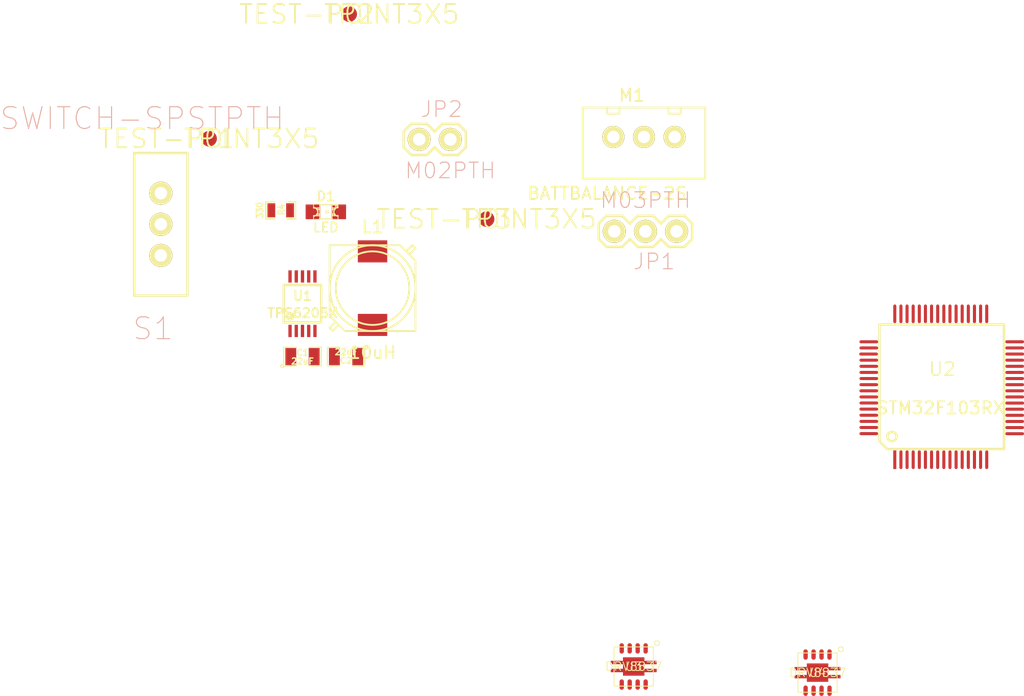
<source format=kicad_pcb>
(kicad_pcb (version 3) (host pcbnew "(2013-07-07 BZR 4022)-stable")

  (general
    (links 30)
    (no_connects 30)
    (area 0 0 0 0)
    (thickness 1.6)
    (drawings 0)
    (tracks 0)
    (zones 0)
    (modules 16)
    (nets 10)
  )

  (page A3)
  (layers
    (15 F.Cu signal)
    (0 B.Cu signal)
    (16 B.Adhes user)
    (17 F.Adhes user)
    (18 B.Paste user)
    (19 F.Paste user)
    (20 B.SilkS user)
    (21 F.SilkS user)
    (22 B.Mask user)
    (23 F.Mask user)
    (24 Dwgs.User user)
    (25 Cmts.User user)
    (26 Eco1.User user)
    (27 Eco2.User user)
    (28 Edge.Cuts user)
  )

  (setup
    (last_trace_width 0.1524)
    (trace_clearance 0.1524)
    (zone_clearance 0.508)
    (zone_45_only no)
    (trace_min 0.1524)
    (segment_width 0.2)
    (edge_width 0.1)
    (via_size 0.6858)
    (via_drill 0.3302)
    (via_min_size 0.6858)
    (via_min_drill 0.3302)
    (uvia_size 0.6858)
    (uvia_drill 0.3302)
    (uvias_allowed no)
    (uvia_min_size 0.6858)
    (uvia_min_drill 0.3302)
    (pcb_text_width 0.3)
    (pcb_text_size 1.5 1.5)
    (mod_edge_width 0.15)
    (mod_text_size 1 1)
    (mod_text_width 0.15)
    (pad_size 1.8 1.8)
    (pad_drill 1)
    (pad_to_mask_clearance 0)
    (aux_axis_origin 0 0)
    (visible_elements 7FFFFFFF)
    (pcbplotparams
      (layerselection 3178497)
      (usegerberextensions true)
      (excludeedgelayer true)
      (linewidth 0.150000)
      (plotframeref false)
      (viasonmask false)
      (mode 1)
      (useauxorigin false)
      (hpglpennumber 1)
      (hpglpenspeed 20)
      (hpglpendiameter 15)
      (hpglpenoverlay 2)
      (psnegative false)
      (psa4output false)
      (plotreference true)
      (plotvalue true)
      (plotothertext true)
      (plotinvisibletext false)
      (padsonsilk false)
      (subtractmaskfromsilk false)
      (outputformat 1)
      (mirror false)
      (drillshape 1)
      (scaleselection 1)
      (outputdirectory ""))
  )

  (net 0 "")
  (net 1 /Motor/V_LOGIC)
  (net 2 /Motor/V_MOTOR)
  (net 3 /Power/+3.3V)
  (net 4 /Power/SW)
  (net 5 /Power/VBATT)
  (net 6 /Power/VBATT_SW)
  (net 7 GND)
  (net 8 N-0000076)
  (net 9 N-0000077)

  (net_class Default "This is the default net class."
    (clearance 0.1524)
    (trace_width 0.1524)
    (via_dia 0.6858)
    (via_drill 0.3302)
    (uvia_dia 0.6858)
    (uvia_drill 0.3302)
    (add_net "")
    (add_net /Motor/V_LOGIC)
    (add_net /Motor/V_MOTOR)
    (add_net /Power/+3.3V)
    (add_net /Power/SW)
    (add_net /Power/VBATT)
    (add_net /Power/VBATT_SW)
    (add_net GND)
    (add_net N-0000076)
    (add_net N-0000077)
  )

  (module TQFP_64 (layer F.Cu) (tedit 48A969ED) (tstamp 521AC51D)
    (at 82.55 48.26)
    (tags "TQFP64 TQFP SMD IC")
    (path /521A8AA1)
    (fp_text reference U2 (at 0.127 -1.524) (layer F.SilkS)
      (effects (font (size 1.09982 1.09982) (thickness 0.127)))
    )
    (fp_text value STM32F103RX (at 0 1.651) (layer F.SilkS)
      (effects (font (size 1.00076 1.00076) (thickness 0.1524)))
    )
    (fp_circle (center -3.98272 3.98272) (end -3.98272 3.60172) (layer F.SilkS) (width 0.2032))
    (fp_line (start 5.16128 -5.16128) (end -4.99872 -5.16128) (layer F.SilkS) (width 0.2032))
    (fp_line (start -4.99872 -5.16128) (end -4.99872 4.36372) (layer F.SilkS) (width 0.2032))
    (fp_line (start -4.99872 4.36372) (end -4.36372 4.99872) (layer F.SilkS) (width 0.2032))
    (fp_line (start -4.36372 4.99872) (end 5.16128 4.99872) (layer F.SilkS) (width 0.2032))
    (fp_line (start 5.16128 4.99872) (end 5.16128 -5.16128) (layer F.SilkS) (width 0.2032))
    (pad 1 smd rect (at -3.74904 5.86994) (size 0.24892 1.524)
      (layers F.Cu F.Paste F.Mask)
    )
    (pad 2 smd oval (at -3.24866 5.86994) (size 0.24892 1.524)
      (layers F.Cu F.Paste F.Mask)
    )
    (pad 3 smd oval (at -2.74828 5.86994) (size 0.24892 1.524)
      (layers F.Cu F.Paste F.Mask)
    )
    (pad 4 smd oval (at -2.2479 5.86994) (size 0.24892 1.524)
      (layers F.Cu F.Paste F.Mask)
    )
    (pad 5 smd oval (at -1.74752 5.86994) (size 0.24892 1.524)
      (layers F.Cu F.Paste F.Mask)
    )
    (pad 6 smd oval (at -1.24968 5.86994) (size 0.24892 1.524)
      (layers F.Cu F.Paste F.Mask)
    )
    (pad 7 smd oval (at -0.7493 5.86994) (size 0.24892 1.524)
      (layers F.Cu F.Paste F.Mask)
    )
    (pad 8 smd oval (at -0.24892 5.86994) (size 0.24892 1.524)
      (layers F.Cu F.Paste F.Mask)
    )
    (pad 9 smd oval (at 0.25146 5.86994) (size 0.24892 1.524)
      (layers F.Cu F.Paste F.Mask)
    )
    (pad 10 smd oval (at 0.75184 5.86994) (size 0.24892 1.524)
      (layers F.Cu F.Paste F.Mask)
    )
    (pad 11 smd oval (at 1.25222 5.86994) (size 0.24892 1.524)
      (layers F.Cu F.Paste F.Mask)
    )
    (pad 12 smd oval (at 1.75006 5.86994) (size 0.24892 1.524)
      (layers F.Cu F.Paste F.Mask)
    )
    (pad 13 smd oval (at 2.25044 5.86994) (size 0.24892 1.524)
      (layers F.Cu F.Paste F.Mask)
    )
    (pad 14 smd oval (at 2.75082 5.86994) (size 0.24892 1.524)
      (layers F.Cu F.Paste F.Mask)
    )
    (pad 15 smd oval (at 3.2512 5.86994) (size 0.24892 1.524)
      (layers F.Cu F.Paste F.Mask)
    )
    (pad 16 smd oval (at 3.75158 5.86994) (size 0.24892 1.524)
      (layers F.Cu F.Paste F.Mask)
    )
    (pad 17 smd oval (at 6.0325 3.74904) (size 1.524 0.24892)
      (layers F.Cu F.Paste F.Mask)
    )
    (pad 18 smd oval (at 6.0325 3.24866) (size 1.524 0.24892)
      (layers F.Cu F.Paste F.Mask)
    )
    (pad 19 smd oval (at 6.0325 2.74828) (size 1.524 0.24892)
      (layers F.Cu F.Paste F.Mask)
    )
    (pad 20 smd oval (at 6.0325 2.2479) (size 1.524 0.24892)
      (layers F.Cu F.Paste F.Mask)
    )
    (pad 21 smd oval (at 6.0325 1.74752) (size 1.524 0.24892)
      (layers F.Cu F.Paste F.Mask)
    )
    (pad 22 smd oval (at 6.0325 1.24968) (size 1.524 0.24892)
      (layers F.Cu F.Paste F.Mask)
    )
    (pad 23 smd oval (at 6.0325 0.7493) (size 1.524 0.24892)
      (layers F.Cu F.Paste F.Mask)
    )
    (pad 24 smd oval (at 6.0325 0.24892) (size 1.524 0.24892)
      (layers F.Cu F.Paste F.Mask)
    )
    (pad 25 smd oval (at 6.0325 -0.25146) (size 1.524 0.24892)
      (layers F.Cu F.Paste F.Mask)
    )
    (pad 26 smd oval (at 6.0325 -0.75184) (size 1.524 0.24892)
      (layers F.Cu F.Paste F.Mask)
    )
    (pad 27 smd oval (at 6.0325 -1.25222) (size 1.524 0.24892)
      (layers F.Cu F.Paste F.Mask)
    )
    (pad 28 smd oval (at 6.0325 -1.75006) (size 1.524 0.24892)
      (layers F.Cu F.Paste F.Mask)
    )
    (pad 29 smd oval (at 6.0325 -2.25044) (size 1.524 0.24892)
      (layers F.Cu F.Paste F.Mask)
    )
    (pad 30 smd oval (at 6.0325 -2.75082) (size 1.524 0.24892)
      (layers F.Cu F.Paste F.Mask)
    )
    (pad 31 smd oval (at 6.0325 -3.2512) (size 1.524 0.24892)
      (layers F.Cu F.Paste F.Mask)
    )
    (pad 32 smd oval (at 6.0325 -3.75158) (size 1.524 0.24892)
      (layers F.Cu F.Paste F.Mask)
    )
    (pad 33 smd oval (at 3.75158 -6.0325) (size 0.24892 1.524)
      (layers F.Cu F.Paste F.Mask)
    )
    (pad 34 smd oval (at 3.2512 -6.0325) (size 0.24892 1.524)
      (layers F.Cu F.Paste F.Mask)
    )
    (pad 35 smd oval (at 2.75082 -6.0325) (size 0.24892 1.524)
      (layers F.Cu F.Paste F.Mask)
    )
    (pad 36 smd oval (at 2.25044 -6.0325) (size 0.24892 1.524)
      (layers F.Cu F.Paste F.Mask)
    )
    (pad 37 smd oval (at 1.75006 -6.0325) (size 0.24892 1.524)
      (layers F.Cu F.Paste F.Mask)
    )
    (pad 38 smd oval (at 1.25222 -6.0325) (size 0.24892 1.524)
      (layers F.Cu F.Paste F.Mask)
    )
    (pad 39 smd oval (at 0.75184 -6.0325) (size 0.24892 1.524)
      (layers F.Cu F.Paste F.Mask)
    )
    (pad 40 smd oval (at 0.25146 -6.0325) (size 0.24892 1.524)
      (layers F.Cu F.Paste F.Mask)
    )
    (pad 41 smd oval (at -0.24892 -6.0325) (size 0.24892 1.524)
      (layers F.Cu F.Paste F.Mask)
    )
    (pad 42 smd oval (at -0.7493 -6.0325) (size 0.24892 1.524)
      (layers F.Cu F.Paste F.Mask)
    )
    (pad 43 smd oval (at -1.24968 -6.0325) (size 0.24892 1.524)
      (layers F.Cu F.Paste F.Mask)
    )
    (pad 44 smd oval (at -1.74752 -6.0325) (size 0.24892 1.524)
      (layers F.Cu F.Paste F.Mask)
    )
    (pad 45 smd oval (at -2.2479 -6.0325) (size 0.24892 1.524)
      (layers F.Cu F.Paste F.Mask)
    )
    (pad 46 smd oval (at -2.74828 -6.0325) (size 0.24892 1.524)
      (layers F.Cu F.Paste F.Mask)
    )
    (pad 47 smd oval (at -3.24866 -6.0325) (size 0.24892 1.524)
      (layers F.Cu F.Paste F.Mask)
    )
    (pad 48 smd oval (at -3.74904 -6.0325) (size 0.24892 1.524)
      (layers F.Cu F.Paste F.Mask)
    )
    (pad 49 smd oval (at -5.86994 -3.75158) (size 1.524 0.24892)
      (layers F.Cu F.Paste F.Mask)
    )
    (pad 50 smd oval (at -5.86994 -3.2512) (size 1.524 0.24892)
      (layers F.Cu F.Paste F.Mask)
    )
    (pad 52 smd oval (at -5.86994 -2.25044) (size 1.524 0.24892)
      (layers F.Cu F.Paste F.Mask)
    )
    (pad 51 smd oval (at -5.88772 -2.75082) (size 1.524 0.24892)
      (layers F.Cu F.Paste F.Mask)
    )
    (pad 53 smd oval (at -5.86994 -1.75006) (size 1.524 0.24892)
      (layers F.Cu F.Paste F.Mask)
    )
    (pad 54 smd oval (at -5.86994 -1.25222) (size 1.524 0.24892)
      (layers F.Cu F.Paste F.Mask)
    )
    (pad 55 smd oval (at -5.86994 -0.75184) (size 1.524 0.24892)
      (layers F.Cu F.Paste F.Mask)
    )
    (pad 56 smd oval (at -5.86994 -0.25146) (size 1.524 0.24892)
      (layers F.Cu F.Paste F.Mask)
    )
    (pad 57 smd oval (at -5.86994 0.24892) (size 1.524 0.24892)
      (layers F.Cu F.Paste F.Mask)
    )
    (pad 58 smd oval (at -5.86994 0.7493) (size 1.524 0.24892)
      (layers F.Cu F.Paste F.Mask)
    )
    (pad 59 smd oval (at -5.86994 1.24206) (size 1.524 0.24892)
      (layers F.Cu F.Paste F.Mask)
    )
    (pad 60 smd oval (at -5.86994 1.74244) (size 1.524 0.24892)
      (layers F.Cu F.Paste F.Mask)
    )
    (pad 61 smd oval (at -5.86994 2.24282) (size 1.524 0.24892)
      (layers F.Cu F.Paste F.Mask)
    )
    (pad 62 smd oval (at -5.86994 2.7432) (size 1.524 0.24892)
      (layers F.Cu F.Paste F.Mask)
    )
    (pad 63 smd oval (at -5.86994 3.24104) (size 1.524 0.24892)
      (layers F.Cu F.Paste F.Mask)
      (net 7 GND)
    )
    (pad 64 smd oval (at -5.86994 3.74142) (size 1.524 0.24892)
      (layers F.Cu F.Paste F.Mask)
    )
    (model smd/TQFP_64.wrl
      (at (xyz 0 0 0.001))
      (scale (xyz 0.3937 0.3937 0.3937))
      (rotate (xyz 0 0 0))
    )
  )

  (module B3B-XH-A (layer F.Cu) (tedit 521AC3C9) (tstamp 521AC52E)
    (at 53.34 25.4)
    (path /521A8DE2/521AAB8A)
    (fp_text reference M1 (at 4 -1) (layer F.SilkS)
      (effects (font (size 1 1) (thickness 0.15)))
    )
    (fp_text value BATTBALANCE-2S (at 2 7) (layer F.SilkS)
      (effects (font (size 1 1) (thickness 0.15)))
    )
    (fp_line (start 7 0) (end 7 0.5) (layer F.SilkS) (width 0.15))
    (fp_line (start 7 0.5) (end 8 0.5) (layer F.SilkS) (width 0.15))
    (fp_line (start 8 0.5) (end 8 0) (layer F.SilkS) (width 0.15))
    (fp_line (start 2 0) (end 2 0.5) (layer F.SilkS) (width 0.15))
    (fp_line (start 2 0.5) (end 3 0.5) (layer F.SilkS) (width 0.15))
    (fp_line (start 3 0.5) (end 3 0) (layer F.SilkS) (width 0.15))
    (fp_line (start 0 0) (end 0 5.8) (layer F.SilkS) (width 0.15))
    (fp_line (start 0 5.8) (end 10 5.8) (layer F.SilkS) (width 0.15))
    (fp_line (start 10 5.8) (end 10 0) (layer F.SilkS) (width 0.15))
    (fp_line (start 10 0) (end 0 0) (layer F.SilkS) (width 0.15))
    (pad 1 thru_hole circle (at 7.5 2.4) (size 1.8 1.8) (drill 1)
      (layers *.Cu *.Mask F.SilkS)
      (net 7 GND)
    )
    (pad 2 thru_hole circle (at 5 2.4) (size 1.8 1.8) (drill 1)
      (layers *.Cu *.Mask F.SilkS)
      (net 9 N-0000077)
    )
    (pad 3 thru_hole circle (at 2.5 2.4) (size 1.8 1.8) (drill 1)
      (layers *.Cu *.Mask F.SilkS)
      (net 5 /Power/VBATT)
    )
  )

  (module SparkFun-SWITCH-SPDT (layer F.Cu) (tedit 200000) (tstamp 52206E91)
    (at 18.923 34.925 180)
    (path /521A8DE2/521A8FC9)
    (attr virtual)
    (fp_text reference S1 (at 0.635 -8.509 180) (layer B.SilkS)
      (effects (font (size 1.778 1.778) (thickness 0.0889)))
    )
    (fp_text value SWITCH-SPSTPTH (at 1.524 8.636 180) (layer B.SilkS)
      (effects (font (size 1.778 1.778) (thickness 0.0889)))
    )
    (fp_line (start 2.17424 -5.81406) (end -2.17424 -5.81406) (layer F.SilkS) (width 0.2032))
    (fp_line (start -2.17424 -5.81406) (end -2.17424 5.81406) (layer F.SilkS) (width 0.2032))
    (fp_line (start -2.17424 5.81406) (end 2.17424 5.81406) (layer F.SilkS) (width 0.2032))
    (fp_line (start 2.17424 5.81406) (end 2.17424 -5.81406) (layer F.SilkS) (width 0.2032))
    (pad 1 thru_hole circle (at 0 -2.54 180) (size 1.8796 1.8796) (drill 1.016)
      (layers *.Cu F.Paste F.SilkS F.Mask)
      (net 5 /Power/VBATT)
    )
    (pad 2 thru_hole circle (at 0 0 180) (size 1.8796 1.8796) (drill 1.016)
      (layers *.Cu F.Paste F.SilkS F.Mask)
      (net 6 /Power/VBATT_SW)
    )
    (pad 3 thru_hole circle (at 0 2.54 180) (size 1.8796 1.8796) (drill 1.016)
      (layers *.Cu F.Paste F.SilkS F.Mask)
      (net 7 GND)
    )
  )

  (module SparkFun-PAD.03X.05 (layer F.Cu) (tedit 200000) (tstamp 52206E96)
    (at 22.86 27.94)
    (path /52206320)
    (attr smd)
    (fp_text reference TP1 (at 0 0) (layer F.SilkS)
      (effects (font (size 1.524 1.524) (thickness 0.15)))
    )
    (fp_text value TEST-POINT3X5 (at 0 0) (layer F.SilkS)
      (effects (font (size 1.524 1.524) (thickness 0.15)))
    )
    (pad P$1 smd circle (at 0 0) (size 1.27 1.27)
      (layers F.Cu F.Paste F.Mask)
    )
  )

  (module SparkFun-PAD.03X.05 (layer F.Cu) (tedit 200000) (tstamp 52206E9B)
    (at 34.29 17.78)
    (path /52206458)
    (attr smd)
    (fp_text reference TP2 (at 0 0) (layer F.SilkS)
      (effects (font (size 1.524 1.524) (thickness 0.15)))
    )
    (fp_text value TEST-POINT3X5 (at 0 0) (layer F.SilkS)
      (effects (font (size 1.524 1.524) (thickness 0.15)))
    )
    (pad P$1 smd circle (at 0 0) (size 1.27 1.27)
      (layers F.Cu F.Paste F.Mask)
    )
  )

  (module SparkFun-1X03 (layer F.Cu) (tedit 200000) (tstamp 52206EC2)
    (at 61 35.5 180)
    (path /521A8DE2/521ABBD8)
    (attr virtual)
    (fp_text reference JP1 (at 1.8288 -2.4638 180) (layer B.SilkS)
      (effects (font (size 1.27 1.27) (thickness 0.0889)))
    )
    (fp_text value M03PTH (at 2.54 2.54 180) (layer B.SilkS)
      (effects (font (size 1.27 1.27) (thickness 0.0889)))
    )
    (fp_line (start 4.826 0.254) (end 5.334 0.254) (layer F.SilkS) (width 0.06604))
    (fp_line (start 5.334 0.254) (end 5.334 -0.254) (layer F.SilkS) (width 0.06604))
    (fp_line (start 4.826 -0.254) (end 5.334 -0.254) (layer F.SilkS) (width 0.06604))
    (fp_line (start 4.826 0.254) (end 4.826 -0.254) (layer F.SilkS) (width 0.06604))
    (fp_line (start 2.286 0.254) (end 2.794 0.254) (layer F.SilkS) (width 0.06604))
    (fp_line (start 2.794 0.254) (end 2.794 -0.254) (layer F.SilkS) (width 0.06604))
    (fp_line (start 2.286 -0.254) (end 2.794 -0.254) (layer F.SilkS) (width 0.06604))
    (fp_line (start 2.286 0.254) (end 2.286 -0.254) (layer F.SilkS) (width 0.06604))
    (fp_line (start -0.254 0.254) (end 0.254 0.254) (layer F.SilkS) (width 0.06604))
    (fp_line (start 0.254 0.254) (end 0.254 -0.254) (layer F.SilkS) (width 0.06604))
    (fp_line (start -0.254 -0.254) (end 0.254 -0.254) (layer F.SilkS) (width 0.06604))
    (fp_line (start -0.254 0.254) (end -0.254 -0.254) (layer F.SilkS) (width 0.06604))
    (fp_line (start 3.81 -0.635) (end 4.445 -1.27) (layer F.SilkS) (width 0.2032))
    (fp_line (start 4.445 -1.27) (end 5.715 -1.27) (layer F.SilkS) (width 0.2032))
    (fp_line (start 5.715 -1.27) (end 6.35 -0.635) (layer F.SilkS) (width 0.2032))
    (fp_line (start 6.35 0.635) (end 5.715 1.27) (layer F.SilkS) (width 0.2032))
    (fp_line (start 5.715 1.27) (end 4.445 1.27) (layer F.SilkS) (width 0.2032))
    (fp_line (start 4.445 1.27) (end 3.81 0.635) (layer F.SilkS) (width 0.2032))
    (fp_line (start -0.635 -1.27) (end 0.635 -1.27) (layer F.SilkS) (width 0.2032))
    (fp_line (start 0.635 -1.27) (end 1.27 -0.635) (layer F.SilkS) (width 0.2032))
    (fp_line (start 1.27 0.635) (end 0.635 1.27) (layer F.SilkS) (width 0.2032))
    (fp_line (start 1.27 -0.635) (end 1.905 -1.27) (layer F.SilkS) (width 0.2032))
    (fp_line (start 1.905 -1.27) (end 3.175 -1.27) (layer F.SilkS) (width 0.2032))
    (fp_line (start 3.175 -1.27) (end 3.81 -0.635) (layer F.SilkS) (width 0.2032))
    (fp_line (start 3.81 0.635) (end 3.175 1.27) (layer F.SilkS) (width 0.2032))
    (fp_line (start 3.175 1.27) (end 1.905 1.27) (layer F.SilkS) (width 0.2032))
    (fp_line (start 1.905 1.27) (end 1.27 0.635) (layer F.SilkS) (width 0.2032))
    (fp_line (start -1.27 -0.635) (end -1.27 0.635) (layer F.SilkS) (width 0.2032))
    (fp_line (start -0.635 -1.27) (end -1.27 -0.635) (layer F.SilkS) (width 0.2032))
    (fp_line (start -1.27 0.635) (end -0.635 1.27) (layer F.SilkS) (width 0.2032))
    (fp_line (start 0.635 1.27) (end -0.635 1.27) (layer F.SilkS) (width 0.2032))
    (fp_line (start 6.35 -0.635) (end 6.35 0.635) (layer F.SilkS) (width 0.2032))
    (pad 1 thru_hole circle (at 0 0 180) (size 1.8796 1.8796) (drill 1.016)
      (layers *.Cu F.Paste F.SilkS F.Mask)
      (net 7 GND)
    )
    (pad 2 thru_hole circle (at 2.54 0 180) (size 1.8796 1.8796) (drill 1.016)
      (layers *.Cu F.Paste F.SilkS F.Mask)
      (net 9 N-0000077)
    )
    (pad 3 thru_hole circle (at 5.08 0 180) (size 1.8796 1.8796) (drill 1.016)
      (layers *.Cu F.Paste F.SilkS F.Mask)
      (net 5 /Power/VBATT)
    )
  )

  (module SM0805 (layer F.Cu) (tedit 5091495C) (tstamp 52207128)
    (at 30.48 45.72)
    (path /521A8DE2/51E31F90)
    (attr smd)
    (fp_text reference C1 (at 0 -0.3175) (layer F.SilkS)
      (effects (font (size 0.50038 0.50038) (thickness 0.10922)))
    )
    (fp_text value 22uF (at 0 0.381) (layer F.SilkS)
      (effects (font (size 0.50038 0.50038) (thickness 0.10922)))
    )
    (fp_circle (center -1.651 0.762) (end -1.651 0.635) (layer F.SilkS) (width 0.09906))
    (fp_line (start -0.508 0.762) (end -1.524 0.762) (layer F.SilkS) (width 0.09906))
    (fp_line (start -1.524 0.762) (end -1.524 -0.762) (layer F.SilkS) (width 0.09906))
    (fp_line (start -1.524 -0.762) (end -0.508 -0.762) (layer F.SilkS) (width 0.09906))
    (fp_line (start 0.508 -0.762) (end 1.524 -0.762) (layer F.SilkS) (width 0.09906))
    (fp_line (start 1.524 -0.762) (end 1.524 0.762) (layer F.SilkS) (width 0.09906))
    (fp_line (start 1.524 0.762) (end 0.508 0.762) (layer F.SilkS) (width 0.09906))
    (pad 1 smd rect (at -0.9525 0) (size 0.889 1.397)
      (layers F.Cu F.Paste F.Mask)
      (net 5 /Power/VBATT)
    )
    (pad 2 smd rect (at 0.9525 0) (size 0.889 1.397)
      (layers F.Cu F.Paste F.Mask)
      (net 7 GND)
    )
    (model smd/chip_cms.wrl
      (at (xyz 0 0 0))
      (scale (xyz 0.1 0.1 0.1))
      (rotate (xyz 0 0 0))
    )
  )

  (module SM0805 (layer F.Cu) (tedit 5091495C) (tstamp 52206EDC)
    (at 34.036 45.72 180)
    (path /521A8DE2/51E3301B)
    (attr smd)
    (fp_text reference C2 (at 0 -0.3175 180) (layer F.SilkS)
      (effects (font (size 0.50038 0.50038) (thickness 0.10922)))
    )
    (fp_text value 22uF (at 0 0.381 180) (layer F.SilkS)
      (effects (font (size 0.50038 0.50038) (thickness 0.10922)))
    )
    (fp_circle (center -1.651 0.762) (end -1.651 0.635) (layer F.SilkS) (width 0.09906))
    (fp_line (start -0.508 0.762) (end -1.524 0.762) (layer F.SilkS) (width 0.09906))
    (fp_line (start -1.524 0.762) (end -1.524 -0.762) (layer F.SilkS) (width 0.09906))
    (fp_line (start -1.524 -0.762) (end -0.508 -0.762) (layer F.SilkS) (width 0.09906))
    (fp_line (start 0.508 -0.762) (end 1.524 -0.762) (layer F.SilkS) (width 0.09906))
    (fp_line (start 1.524 -0.762) (end 1.524 0.762) (layer F.SilkS) (width 0.09906))
    (fp_line (start 1.524 0.762) (end 0.508 0.762) (layer F.SilkS) (width 0.09906))
    (pad 1 smd rect (at -0.9525 0 180) (size 0.889 1.397)
      (layers F.Cu F.Paste F.Mask)
      (net 3 /Power/+3.3V)
    )
    (pad 2 smd rect (at 0.9525 0 180) (size 0.889 1.397)
      (layers F.Cu F.Paste F.Mask)
      (net 7 GND)
    )
    (model smd/chip_cms.wrl
      (at (xyz 0 0 0))
      (scale (xyz 0.1 0.1 0.1))
      (rotate (xyz 0 0 0))
    )
  )

  (module SM0603_Resistor (layer F.Cu) (tedit 5051B21B) (tstamp 52206EE8)
    (at 28.702 33.782)
    (path /521A8DE2/51E34F4A)
    (attr smd)
    (fp_text reference R4 (at 0.0635 -0.0635 90) (layer F.SilkS)
      (effects (font (size 0.50038 0.4572) (thickness 0.1143)))
    )
    (fp_text value 330 (at -1.69926 0 90) (layer F.SilkS)
      (effects (font (size 0.508 0.4572) (thickness 0.1143)))
    )
    (fp_line (start -0.50038 -0.6985) (end -1.2065 -0.6985) (layer F.SilkS) (width 0.127))
    (fp_line (start -1.2065 -0.6985) (end -1.2065 0.6985) (layer F.SilkS) (width 0.127))
    (fp_line (start -1.2065 0.6985) (end -0.50038 0.6985) (layer F.SilkS) (width 0.127))
    (fp_line (start 1.2065 -0.6985) (end 0.50038 -0.6985) (layer F.SilkS) (width 0.127))
    (fp_line (start 1.2065 -0.6985) (end 1.2065 0.6985) (layer F.SilkS) (width 0.127))
    (fp_line (start 1.2065 0.6985) (end 0.50038 0.6985) (layer F.SilkS) (width 0.127))
    (pad 1 smd rect (at -0.762 0) (size 0.635 1.143)
      (layers F.Cu F.Paste F.Mask)
      (net 3 /Power/+3.3V)
    )
    (pad 2 smd rect (at 0.762 0) (size 0.635 1.143)
      (layers F.Cu F.Paste F.Mask)
      (net 8 N-0000076)
    )
    (model smd\resistors\R0603.wrl
      (at (xyz 0 0 0.001))
      (scale (xyz 0.5 0.5 0.5))
      (rotate (xyz 0 0 0))
    )
  )

  (module MSOP10-0.5 (layer F.Cu) (tedit 52206FBC) (tstamp 52206EFB)
    (at 30.48 41.402)
    (descr "MSOP10 10pins pitch 0.5mm")
    (path /521A8DE2/51E25A22)
    (attr smd)
    (fp_text reference U1 (at 0 -0.635) (layer F.SilkS)
      (effects (font (size 0.762 0.762) (thickness 0.1524)))
    )
    (fp_text value TPS6205X (at 0 0.762) (layer F.SilkS)
      (effects (font (size 0.762 0.762) (thickness 0.1524)))
    )
    (fp_circle (center -1.016 1.016) (end -1.016 0.762) (layer F.SilkS) (width 0.2032))
    (fp_line (start 1.524 1.524) (end -1.524 1.524) (layer F.SilkS) (width 0.2032))
    (fp_line (start -1.524 1.524) (end -1.524 -1.524) (layer F.SilkS) (width 0.2032))
    (fp_line (start -1.524 -1.524) (end 1.524 -1.524) (layer F.SilkS) (width 0.2032))
    (fp_line (start 1.524 -1.524) (end 1.524 1.524) (layer F.SilkS) (width 0.2032))
    (pad 1 smd rect (at -1.016 2.2225) (size 0.26924 1.00076)
      (layers F.Cu F.Paste F.Mask)
      (net 5 /Power/VBATT)
    )
    (pad 2 smd rect (at -0.508 2.2225) (size 0.26924 1.00076)
      (layers F.Cu F.Paste F.Mask)
    )
    (pad 3 smd rect (at 0 2.2225) (size 0.26924 1.00076)
      (layers F.Cu F.Paste F.Mask)
      (net 7 GND)
    )
    (pad 4 smd rect (at 0.508 2.2225) (size 0.26924 1.00076)
      (layers F.Cu F.Paste F.Mask)
      (net 7 GND)
    )
    (pad 5 smd rect (at 1.016 2.2225) (size 0.26924 1.00076)
      (layers F.Cu F.Paste F.Mask)
      (net 3 /Power/+3.3V)
    )
    (pad 6 smd rect (at 1.016 -2.2225) (size 0.26924 1.00076)
      (layers F.Cu F.Paste F.Mask)
      (net 7 GND)
    )
    (pad 7 smd rect (at 0.508 -2.2225) (size 0.26924 1.00076)
      (layers F.Cu F.Paste F.Mask)
      (net 7 GND)
    )
    (pad 8 smd rect (at 0 -2.2225) (size 0.26924 1.00076)
      (layers F.Cu F.Paste F.Mask)
      (net 6 /Power/VBATT_SW)
    )
    (pad 9 smd rect (at -0.508 -2.2225) (size 0.26924 1.00076)
      (layers F.Cu F.Paste F.Mask)
      (net 4 /Power/SW)
    )
    (pad 10 smd rect (at -1.016 -2.2225) (size 0.26924 1.00076)
      (layers F.Cu F.Paste F.Mask)
      (net 7 GND)
    )
    (model smd\MSOP_10.wrl
      (at (xyz 0 0 0))
      (scale (xyz 0.3 0.35 0.3))
      (rotate (xyz 0 0 0))
    )
  )

  (module LED-0805 (layer F.Cu) (tedit 49DC4C0B) (tstamp 52206F36)
    (at 32.385 33.909)
    (descr "LED 0805 smd package")
    (tags "LED 0805 SMD")
    (path /521A8DE2/51E34F3D)
    (attr smd)
    (fp_text reference D1 (at 0 -1.27) (layer F.SilkS)
      (effects (font (size 0.762 0.762) (thickness 0.127)))
    )
    (fp_text value LED (at 0 1.27) (layer F.SilkS)
      (effects (font (size 0.762 0.762) (thickness 0.127)))
    )
    (fp_line (start 0.49784 0.29972) (end 0.49784 0.62484) (layer F.SilkS) (width 0.06604))
    (fp_line (start 0.49784 0.62484) (end 0.99822 0.62484) (layer F.SilkS) (width 0.06604))
    (fp_line (start 0.99822 0.29972) (end 0.99822 0.62484) (layer F.SilkS) (width 0.06604))
    (fp_line (start 0.49784 0.29972) (end 0.99822 0.29972) (layer F.SilkS) (width 0.06604))
    (fp_line (start 0.49784 -0.32258) (end 0.49784 -0.17272) (layer F.SilkS) (width 0.06604))
    (fp_line (start 0.49784 -0.17272) (end 0.7493 -0.17272) (layer F.SilkS) (width 0.06604))
    (fp_line (start 0.7493 -0.32258) (end 0.7493 -0.17272) (layer F.SilkS) (width 0.06604))
    (fp_line (start 0.49784 -0.32258) (end 0.7493 -0.32258) (layer F.SilkS) (width 0.06604))
    (fp_line (start 0.49784 0.17272) (end 0.49784 0.32258) (layer F.SilkS) (width 0.06604))
    (fp_line (start 0.49784 0.32258) (end 0.7493 0.32258) (layer F.SilkS) (width 0.06604))
    (fp_line (start 0.7493 0.17272) (end 0.7493 0.32258) (layer F.SilkS) (width 0.06604))
    (fp_line (start 0.49784 0.17272) (end 0.7493 0.17272) (layer F.SilkS) (width 0.06604))
    (fp_line (start 0.49784 -0.19812) (end 0.49784 0.19812) (layer F.SilkS) (width 0.06604))
    (fp_line (start 0.49784 0.19812) (end 0.6731 0.19812) (layer F.SilkS) (width 0.06604))
    (fp_line (start 0.6731 -0.19812) (end 0.6731 0.19812) (layer F.SilkS) (width 0.06604))
    (fp_line (start 0.49784 -0.19812) (end 0.6731 -0.19812) (layer F.SilkS) (width 0.06604))
    (fp_line (start -0.99822 0.29972) (end -0.99822 0.62484) (layer F.SilkS) (width 0.06604))
    (fp_line (start -0.99822 0.62484) (end -0.49784 0.62484) (layer F.SilkS) (width 0.06604))
    (fp_line (start -0.49784 0.29972) (end -0.49784 0.62484) (layer F.SilkS) (width 0.06604))
    (fp_line (start -0.99822 0.29972) (end -0.49784 0.29972) (layer F.SilkS) (width 0.06604))
    (fp_line (start -0.99822 -0.62484) (end -0.99822 -0.29972) (layer F.SilkS) (width 0.06604))
    (fp_line (start -0.99822 -0.29972) (end -0.49784 -0.29972) (layer F.SilkS) (width 0.06604))
    (fp_line (start -0.49784 -0.62484) (end -0.49784 -0.29972) (layer F.SilkS) (width 0.06604))
    (fp_line (start -0.99822 -0.62484) (end -0.49784 -0.62484) (layer F.SilkS) (width 0.06604))
    (fp_line (start -0.7493 0.17272) (end -0.7493 0.32258) (layer F.SilkS) (width 0.06604))
    (fp_line (start -0.7493 0.32258) (end -0.49784 0.32258) (layer F.SilkS) (width 0.06604))
    (fp_line (start -0.49784 0.17272) (end -0.49784 0.32258) (layer F.SilkS) (width 0.06604))
    (fp_line (start -0.7493 0.17272) (end -0.49784 0.17272) (layer F.SilkS) (width 0.06604))
    (fp_line (start -0.7493 -0.32258) (end -0.7493 -0.17272) (layer F.SilkS) (width 0.06604))
    (fp_line (start -0.7493 -0.17272) (end -0.49784 -0.17272) (layer F.SilkS) (width 0.06604))
    (fp_line (start -0.49784 -0.32258) (end -0.49784 -0.17272) (layer F.SilkS) (width 0.06604))
    (fp_line (start -0.7493 -0.32258) (end -0.49784 -0.32258) (layer F.SilkS) (width 0.06604))
    (fp_line (start -0.6731 -0.19812) (end -0.6731 0.19812) (layer F.SilkS) (width 0.06604))
    (fp_line (start -0.6731 0.19812) (end -0.49784 0.19812) (layer F.SilkS) (width 0.06604))
    (fp_line (start -0.49784 -0.19812) (end -0.49784 0.19812) (layer F.SilkS) (width 0.06604))
    (fp_line (start -0.6731 -0.19812) (end -0.49784 -0.19812) (layer F.SilkS) (width 0.06604))
    (fp_line (start 0 -0.09906) (end 0 0.09906) (layer F.SilkS) (width 0.06604))
    (fp_line (start 0 0.09906) (end 0.19812 0.09906) (layer F.SilkS) (width 0.06604))
    (fp_line (start 0.19812 -0.09906) (end 0.19812 0.09906) (layer F.SilkS) (width 0.06604))
    (fp_line (start 0 -0.09906) (end 0.19812 -0.09906) (layer F.SilkS) (width 0.06604))
    (fp_line (start 0.49784 -0.59944) (end 0.49784 -0.29972) (layer F.SilkS) (width 0.06604))
    (fp_line (start 0.49784 -0.29972) (end 0.79756 -0.29972) (layer F.SilkS) (width 0.06604))
    (fp_line (start 0.79756 -0.59944) (end 0.79756 -0.29972) (layer F.SilkS) (width 0.06604))
    (fp_line (start 0.49784 -0.59944) (end 0.79756 -0.59944) (layer F.SilkS) (width 0.06604))
    (fp_line (start 0.92456 -0.62484) (end 0.92456 -0.39878) (layer F.SilkS) (width 0.06604))
    (fp_line (start 0.92456 -0.39878) (end 0.99822 -0.39878) (layer F.SilkS) (width 0.06604))
    (fp_line (start 0.99822 -0.62484) (end 0.99822 -0.39878) (layer F.SilkS) (width 0.06604))
    (fp_line (start 0.92456 -0.62484) (end 0.99822 -0.62484) (layer F.SilkS) (width 0.06604))
    (fp_line (start 0.52324 0.57404) (end -0.52324 0.57404) (layer F.SilkS) (width 0.1016))
    (fp_line (start -0.49784 -0.57404) (end 0.92456 -0.57404) (layer F.SilkS) (width 0.1016))
    (fp_circle (center 0.84836 -0.44958) (end 0.89916 -0.50038) (layer F.SilkS) (width 0.0508))
    (fp_arc (start 0.99822 0) (end 0.99822 0.34798) (angle 180) (layer F.SilkS) (width 0.1016))
    (fp_arc (start -0.99822 0) (end -0.99822 -0.34798) (angle 180) (layer F.SilkS) (width 0.1016))
    (pad 1 smd rect (at -1.04902 0) (size 1.19888 1.19888)
      (layers F.Cu F.Paste F.Mask)
      (net 8 N-0000076)
    )
    (pad 2 smd rect (at 1.04902 0) (size 1.19888 1.19888)
      (layers F.Cu F.Paste F.Mask)
      (net 7 GND)
    )
  )

  (module Bourns_SRR7032 (layer F.Cu) (tedit 51EE3868) (tstamp 52206F4B)
    (at 36.195 40.132)
    (path /521A8DE2/51E32405)
    (fp_text reference L1 (at 0 -5) (layer F.SilkS)
      (effects (font (size 1 1) (thickness 0.15)))
    )
    (fp_text value 10uH (at 0 5.25) (layer F.SilkS)
      (effects (font (size 1 1) (thickness 0.15)))
    )
    (fp_line (start -3 2.75) (end -3.5 3.25) (layer F.SilkS) (width 0.15))
    (fp_line (start -3.5 3.25) (end -3.25 3.5) (layer F.SilkS) (width 0.15))
    (fp_line (start -3.25 3.5) (end -2.75 3) (layer F.SilkS) (width 0.15))
    (fp_line (start 3.25 -3.5) (end 2.75 -3) (layer F.SilkS) (width 0.15))
    (fp_line (start 2.75 -3) (end 3.25 -3.5) (layer F.SilkS) (width 0.15))
    (fp_line (start 3.25 -3.5) (end 3.5 -3.25) (layer F.SilkS) (width 0.15))
    (fp_line (start 3.5 -3.25) (end 3 -2.75) (layer F.SilkS) (width 0.15))
    (fp_circle (center 0 0) (end 3 0) (layer F.SilkS) (width 0.15))
    (fp_line (start 3.5 -2.25) (end 3.5 3.5) (layer F.SilkS) (width 0.15))
    (fp_line (start -3.5 -3.5) (end 2.25 -3.5) (layer F.SilkS) (width 0.15))
    (fp_line (start 2.25 -3.5) (end 3.5 -2.25) (layer F.SilkS) (width 0.15))
    (fp_line (start -3.5 2.25) (end -2.25 3.5) (layer F.SilkS) (width 0.15))
    (fp_line (start -2.25 3.5) (end 3.5 3.5) (layer F.SilkS) (width 0.15))
    (fp_line (start -3.5 2.25) (end -3.5 -3.5) (layer F.SilkS) (width 0.15))
    (fp_circle (center 0 0) (end 3.5 0) (layer F.SilkS) (width 0.15))
    (pad 1 smd rect (at 0 -3) (size 2.4 1.8)
      (layers F.Cu F.Paste F.Mask)
      (net 4 /Power/SW)
    )
    (pad 2 smd rect (at 0 3) (size 2.4 1.8)
      (layers F.Cu F.Paste F.Mask)
      (net 3 /Power/+3.3V)
    )
  )

  (module SparkFun-PAD.03X.05 (layer F.Cu) (tedit 200000) (tstamp 52207362)
    (at 45.5 34.5)
    (path /521A8DE2/52208851)
    (attr smd)
    (fp_text reference TP3 (at 0 0) (layer F.SilkS)
      (effects (font (size 1.524 1.524) (thickness 0.15)))
    )
    (fp_text value TEST-POINT3X5 (at 0 0) (layer F.SilkS)
      (effects (font (size 1.524 1.524) (thickness 0.15)))
    )
    (pad P$1 smd circle (at 0 0) (size 1.27 1.27)
      (layers F.Cu F.Paste F.Mask)
    )
  )

  (module SparkFun-1X02 (layer F.Cu) (tedit 200000) (tstamp 5220737E)
    (at 40 28)
    (path /521A8DE2/522088E4)
    (attr virtual)
    (fp_text reference JP2 (at 1.8288 -2.4638) (layer B.SilkS)
      (effects (font (size 1.27 1.27) (thickness 0.0889)))
    )
    (fp_text value M02PTH (at 2.54 2.54) (layer B.SilkS)
      (effects (font (size 1.27 1.27) (thickness 0.0889)))
    )
    (fp_line (start 2.286 0.254) (end 2.794 0.254) (layer F.SilkS) (width 0.06604))
    (fp_line (start 2.794 0.254) (end 2.794 -0.254) (layer F.SilkS) (width 0.06604))
    (fp_line (start 2.286 -0.254) (end 2.794 -0.254) (layer F.SilkS) (width 0.06604))
    (fp_line (start 2.286 0.254) (end 2.286 -0.254) (layer F.SilkS) (width 0.06604))
    (fp_line (start -0.254 0.254) (end 0.254 0.254) (layer F.SilkS) (width 0.06604))
    (fp_line (start 0.254 0.254) (end 0.254 -0.254) (layer F.SilkS) (width 0.06604))
    (fp_line (start -0.254 -0.254) (end 0.254 -0.254) (layer F.SilkS) (width 0.06604))
    (fp_line (start -0.254 0.254) (end -0.254 -0.254) (layer F.SilkS) (width 0.06604))
    (fp_line (start -0.635 -1.27) (end 0.635 -1.27) (layer F.SilkS) (width 0.2032))
    (fp_line (start 0.635 -1.27) (end 1.27 -0.635) (layer F.SilkS) (width 0.2032))
    (fp_line (start 1.27 0.635) (end 0.635 1.27) (layer F.SilkS) (width 0.2032))
    (fp_line (start 1.27 -0.635) (end 1.905 -1.27) (layer F.SilkS) (width 0.2032))
    (fp_line (start 1.905 -1.27) (end 3.175 -1.27) (layer F.SilkS) (width 0.2032))
    (fp_line (start 3.175 -1.27) (end 3.81 -0.635) (layer F.SilkS) (width 0.2032))
    (fp_line (start 3.81 0.635) (end 3.175 1.27) (layer F.SilkS) (width 0.2032))
    (fp_line (start 3.175 1.27) (end 1.905 1.27) (layer F.SilkS) (width 0.2032))
    (fp_line (start 1.905 1.27) (end 1.27 0.635) (layer F.SilkS) (width 0.2032))
    (fp_line (start -1.27 -0.635) (end -1.27 0.635) (layer F.SilkS) (width 0.2032))
    (fp_line (start -0.635 -1.27) (end -1.27 -0.635) (layer F.SilkS) (width 0.2032))
    (fp_line (start -1.27 0.635) (end -0.635 1.27) (layer F.SilkS) (width 0.2032))
    (fp_line (start 0.635 1.27) (end -0.635 1.27) (layer F.SilkS) (width 0.2032))
    (fp_line (start 3.81 -0.635) (end 3.81 0.635) (layer F.SilkS) (width 0.2032))
    (pad 1 thru_hole circle (at 0 0) (size 1.8796 1.8796) (drill 1.016)
      (layers *.Cu F.Paste F.SilkS F.Mask)
      (net 7 GND)
    )
    (pad 2 thru_hole circle (at 2.54 0) (size 1.8796 1.8796) (drill 1.016)
      (layers *.Cu F.Paste F.SilkS F.Mask)
      (net 7 GND)
    )
  )

  (module S-PWSON-N8 (layer F.Cu) (tedit 50DCE608) (tstamp 522852F2)
    (at 57.5 71)
    (path /5227CDAA/5227D4B1)
    (attr smd)
    (fp_text reference U3 (at 0 0) (layer F.SilkS)
      (effects (font (size 0.70104 0.70104) (thickness 0.07112)))
    )
    (fp_text value DRV8837 (at 0 0) (layer F.SilkS)
      (effects (font (size 0.70104 0.70104) (thickness 0.07112)))
    )
    (fp_circle (center 1.89992 -1.90246) (end 1.89992 -2.10058) (layer F.SilkS) (width 0.07112))
    (fp_line (start -1.6002 -1.6002) (end 1.6002 -1.6002) (layer F.SilkS) (width 0.07112))
    (fp_line (start 1.6002 -1.6002) (end 1.6002 1.6002) (layer F.SilkS) (width 0.07112))
    (fp_line (start 1.6002 1.6002) (end -1.6002 1.6002) (layer F.SilkS) (width 0.07112))
    (fp_line (start -1.6002 1.6002) (end -1.6002 -1.6002) (layer F.SilkS) (width 0.07112))
    (pad 1 smd oval (at 0.97536 -1.47574) (size 0.35052 0.8509)
      (layers F.Cu F.Paste F.Mask)
      (net 2 /Motor/V_MOTOR)
      (solder_paste_margin -0.0254)
    )
    (pad 2 smd oval (at 0.32512 -1.47574) (size 0.35052 0.8509)
      (layers F.Cu F.Paste F.Mask)
    )
    (pad 3 smd oval (at -0.32512 -1.47574) (size 0.35052 0.8509)
      (layers F.Cu F.Paste F.Mask)
    )
    (pad 4 smd oval (at -0.97536 -1.47574) (size 0.35052 0.8509)
      (layers F.Cu F.Paste F.Mask)
      (net 7 GND)
    )
    (pad 5 smd oval (at -0.97536 1.4732) (size 0.35052 0.8509)
      (layers F.Cu F.Paste F.Mask)
    )
    (pad 6 smd oval (at -0.32512 1.4732) (size 0.35052 0.8509)
      (layers F.Cu F.Paste F.Mask)
    )
    (pad 7 smd oval (at 0.32512 1.4732) (size 0.35052 0.8509)
      (layers F.Cu F.Paste F.Mask)
      (net 1 /Motor/V_LOGIC)
    )
    (pad 8 smd oval (at 0.97536 1.4732) (size 0.35052 0.8509)
      (layers F.Cu F.Paste F.Mask)
      (net 1 /Motor/V_LOGIC)
    )
    (pad 9 smd rect (at 0 0) (size 1.75006 1.50114)
      (layers F.Cu F.Paste F.Mask)
      (solder_paste_margin -0.14986)
    )
    (pad 9 smd rect (at -1.37414 -0.32512) (size 1.00076 0.2794)
      (layers F.Cu F.Paste F.Mask)
      (solder_paste_margin -0.0254)
    )
    (pad 9 smd rect (at -1.37414 0.32512) (size 1.00076 0.2794)
      (layers F.Cu F.Paste F.Mask)
      (solder_paste_margin -0.0254)
    )
    (pad 9 smd rect (at 1.37414 -0.32512) (size 1.00076 0.2794)
      (layers F.Cu F.Paste F.Mask)
      (solder_paste_margin -0.0254)
    )
    (pad 9 smd rect (at 1.37414 0.32512) (size 1.00076 0.2794)
      (layers F.Cu F.Paste F.Mask)
      (solder_paste_margin -0.0254)
    )
  )

  (module S-PWSON-N8 (layer F.Cu) (tedit 50DCE608) (tstamp 52285308)
    (at 72.5 71.5)
    (path /5227CDAA/5227D4BE)
    (attr smd)
    (fp_text reference U4 (at 0 0) (layer F.SilkS)
      (effects (font (size 0.70104 0.70104) (thickness 0.07112)))
    )
    (fp_text value DRV8837 (at 0 0) (layer F.SilkS)
      (effects (font (size 0.70104 0.70104) (thickness 0.07112)))
    )
    (fp_circle (center 1.89992 -1.90246) (end 1.89992 -2.10058) (layer F.SilkS) (width 0.07112))
    (fp_line (start -1.6002 -1.6002) (end 1.6002 -1.6002) (layer F.SilkS) (width 0.07112))
    (fp_line (start 1.6002 -1.6002) (end 1.6002 1.6002) (layer F.SilkS) (width 0.07112))
    (fp_line (start 1.6002 1.6002) (end -1.6002 1.6002) (layer F.SilkS) (width 0.07112))
    (fp_line (start -1.6002 1.6002) (end -1.6002 -1.6002) (layer F.SilkS) (width 0.07112))
    (pad 1 smd oval (at 0.97536 -1.47574) (size 0.35052 0.8509)
      (layers F.Cu F.Paste F.Mask)
      (net 2 /Motor/V_MOTOR)
      (solder_paste_margin -0.0254)
    )
    (pad 2 smd oval (at 0.32512 -1.47574) (size 0.35052 0.8509)
      (layers F.Cu F.Paste F.Mask)
    )
    (pad 3 smd oval (at -0.32512 -1.47574) (size 0.35052 0.8509)
      (layers F.Cu F.Paste F.Mask)
    )
    (pad 4 smd oval (at -0.97536 -1.47574) (size 0.35052 0.8509)
      (layers F.Cu F.Paste F.Mask)
      (net 7 GND)
    )
    (pad 5 smd oval (at -0.97536 1.4732) (size 0.35052 0.8509)
      (layers F.Cu F.Paste F.Mask)
    )
    (pad 6 smd oval (at -0.32512 1.4732) (size 0.35052 0.8509)
      (layers F.Cu F.Paste F.Mask)
    )
    (pad 7 smd oval (at 0.32512 1.4732) (size 0.35052 0.8509)
      (layers F.Cu F.Paste F.Mask)
      (net 1 /Motor/V_LOGIC)
    )
    (pad 8 smd oval (at 0.97536 1.4732) (size 0.35052 0.8509)
      (layers F.Cu F.Paste F.Mask)
      (net 1 /Motor/V_LOGIC)
    )
    (pad 9 smd rect (at 0 0) (size 1.75006 1.50114)
      (layers F.Cu F.Paste F.Mask)
      (solder_paste_margin -0.14986)
    )
    (pad 9 smd rect (at -1.37414 -0.32512) (size 1.00076 0.2794)
      (layers F.Cu F.Paste F.Mask)
      (solder_paste_margin -0.0254)
    )
    (pad 9 smd rect (at -1.37414 0.32512) (size 1.00076 0.2794)
      (layers F.Cu F.Paste F.Mask)
      (solder_paste_margin -0.0254)
    )
    (pad 9 smd rect (at 1.37414 -0.32512) (size 1.00076 0.2794)
      (layers F.Cu F.Paste F.Mask)
      (solder_paste_margin -0.0254)
    )
    (pad 9 smd rect (at 1.37414 0.32512) (size 1.00076 0.2794)
      (layers F.Cu F.Paste F.Mask)
      (solder_paste_margin -0.0254)
    )
  )

)

</source>
